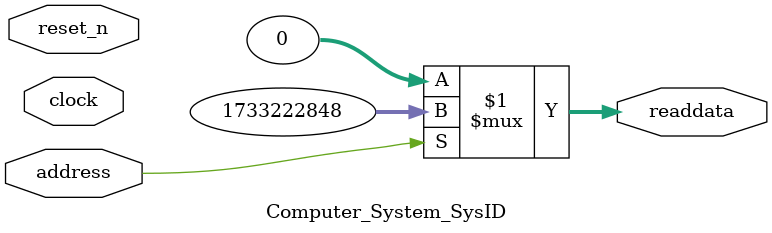
<source format=v>



// synthesis translate_off
`timescale 1ns / 1ps
// synthesis translate_on

// turn off superfluous verilog processor warnings 
// altera message_level Level1 
// altera message_off 10034 10035 10036 10037 10230 10240 10030 

module Computer_System_SysID (
               // inputs:
                address,
                clock,
                reset_n,

               // outputs:
                readdata
             )
;

  output  [ 31: 0] readdata;
  input            address;
  input            clock;
  input            reset_n;

  wire    [ 31: 0] readdata;
  //control_slave, which is an e_avalon_slave
  assign readdata = address ? 1733222848 : 0;

endmodule



</source>
